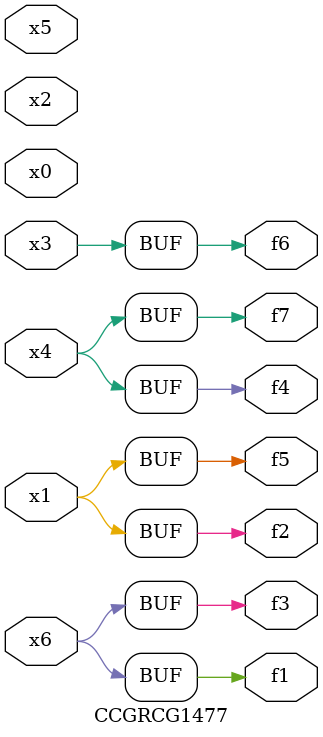
<source format=v>
module CCGRCG1477(
	input x0, x1, x2, x3, x4, x5, x6,
	output f1, f2, f3, f4, f5, f6, f7
);
	assign f1 = x6;
	assign f2 = x1;
	assign f3 = x6;
	assign f4 = x4;
	assign f5 = x1;
	assign f6 = x3;
	assign f7 = x4;
endmodule

</source>
